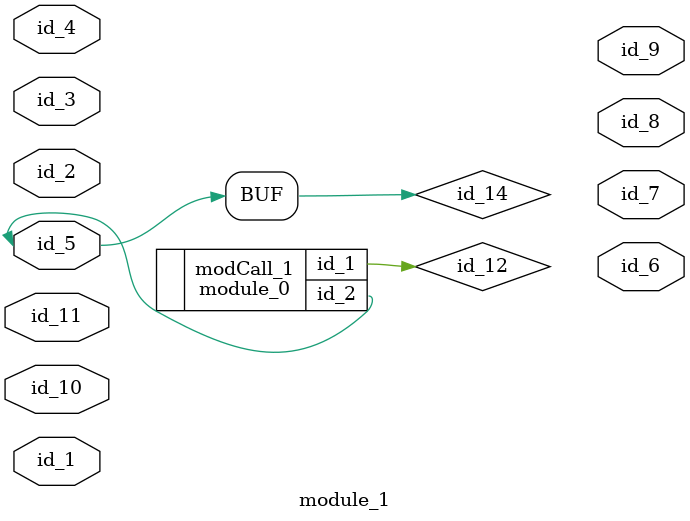
<source format=v>
module module_0 (
    id_1,
    id_2
);
  inout wire id_2;
  inout wire id_1;
  wire id_3;
  wire id_4, id_5, id_6 = id_4, id_7 = id_6;
endmodule
module module_1 (
    id_1,
    id_2,
    id_3,
    id_4,
    id_5,
    id_6,
    id_7,
    id_8,
    id_9,
    id_10,
    id_11
);
  inout wire id_11;
  inout wire id_10;
  output wire id_9;
  output wire id_8;
  output wire id_7;
  output wire id_6;
  inout wire id_5;
  input wire id_4;
  inout wire id_3;
  inout wire id_2;
  inout wire id_1;
  wire id_12, id_13;
  module_0 modCall_1 (
      id_12,
      id_5
  );
  wire id_14 = id_5;
  wire id_15;
  wire id_16;
endmodule

</source>
